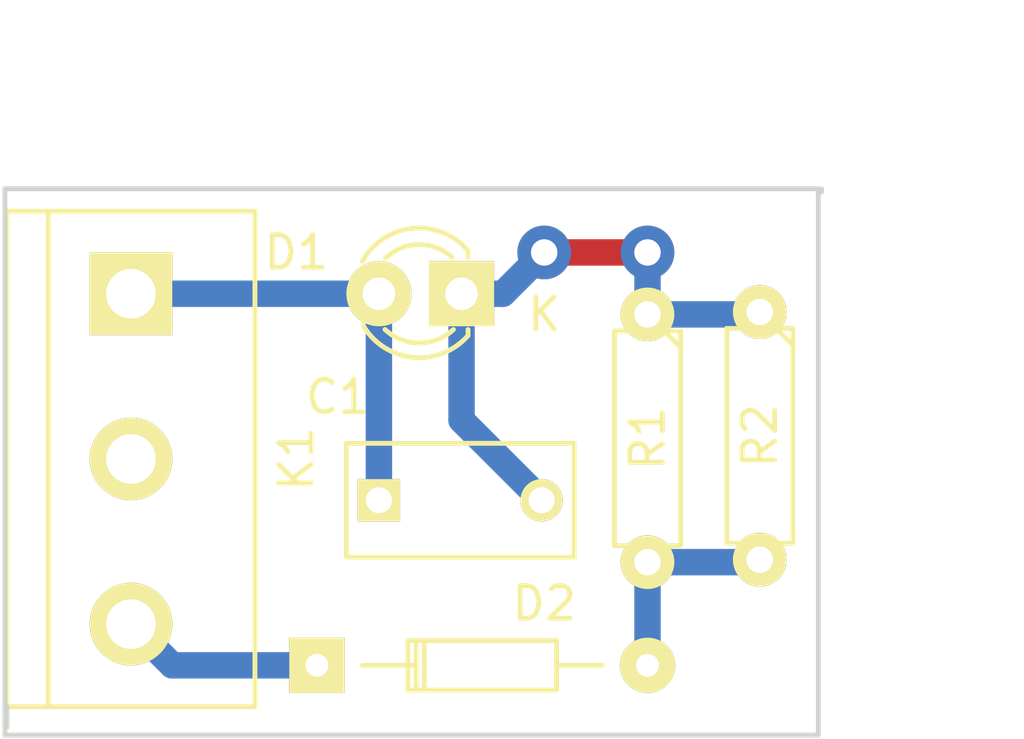
<source format=kicad_pcb>
(kicad_pcb (version 4) (host pcbnew 4.0.0-rc1-stable)

  (general
    (links 8)
    (no_connects 0)
    (area 126.224999 97.024999 151.475001 113.975001)
    (thickness 1.6)
    (drawings 11)
    (tracks 18)
    (zones 0)
    (modules 6)
    (nets 6)
  )

  (page A4)
  (title_block
    (title "Curso Kicat")
    (company "Matias Ferraro")
  )

  (layers
    (0 F.Cu signal)
    (31 B.Cu signal)
    (32 B.Adhes user)
    (33 F.Adhes user)
    (34 B.Paste user)
    (35 F.Paste user)
    (36 B.SilkS user)
    (37 F.SilkS user)
    (38 B.Mask user)
    (39 F.Mask user)
    (40 Dwgs.User user)
    (41 Cmts.User user)
    (42 Eco1.User user)
    (43 Eco2.User user)
    (44 Edge.Cuts user)
    (45 Margin user)
    (46 B.CrtYd user)
    (47 F.CrtYd user)
    (48 B.Fab user)
    (49 F.Fab user)
  )

  (setup
    (last_trace_width 0.25)
    (user_trace_width 0.8128)
    (trace_clearance 0.8128)
    (zone_clearance 0.508)
    (zone_45_only no)
    (trace_min 0.2)
    (segment_width 0.2)
    (edge_width 0.15)
    (via_size 0.6)
    (via_drill 0.4)
    (via_min_size 0.4)
    (via_min_drill 0.3)
    (user_via 1.651 0.8128)
    (uvia_size 0.3)
    (uvia_drill 0.1)
    (uvias_allowed no)
    (uvia_min_size 0.2)
    (uvia_min_drill 0.1)
    (pcb_text_width 0.3)
    (pcb_text_size 1.5 1.5)
    (mod_edge_width 0.15)
    (mod_text_size 1 1)
    (mod_text_width 0.15)
    (pad_size 1.524 1.524)
    (pad_drill 0.762)
    (pad_to_mask_clearance 0.2)
    (aux_axis_origin 0 0)
    (visible_elements 7FFEFFFF)
    (pcbplotparams
      (layerselection 0x00030_80000001)
      (usegerberextensions false)
      (excludeedgelayer true)
      (linewidth 0.100000)
      (plotframeref false)
      (viasonmask false)
      (mode 1)
      (useauxorigin false)
      (hpglpennumber 1)
      (hpglpenspeed 20)
      (hpglpendiameter 15)
      (hpglpenoverlay 2)
      (psnegative false)
      (psa4output false)
      (plotreference true)
      (plotvalue true)
      (plotinvisibletext false)
      (padsonsilk false)
      (subtractmaskfromsilk false)
      (outputformat 1)
      (mirror false)
      (drillshape 1)
      (scaleselection 1)
      (outputdirectory ""))
  )

  (net 0 "")
  (net 1 "Net-(C1-Pad1)")
  (net 2 "Net-(C1-Pad2)")
  (net 3 "Net-(D2-Pad2)")
  (net 4 "Net-(D2-Pad1)")
  (net 5 "Net-(K1-Pad2)")

  (net_class Default "This is the default net class."
    (clearance 0.8128)
    (trace_width 0.25)
    (via_dia 0.6)
    (via_drill 0.4)
    (uvia_dia 0.3)
    (uvia_drill 0.1)
    (add_net "Net-(C1-Pad1)")
    (add_net "Net-(C1-Pad2)")
    (add_net "Net-(D2-Pad1)")
    (add_net "Net-(D2-Pad2)")
    (add_net "Net-(K1-Pad2)")
  )

  (module ej1:C_Rect_L7_W3.5_P5 (layer F.Cu) (tedit 565CA5DC) (tstamp 565C69B2)
    (at 137.795 106.68)
    (descr "Film Capacitor Length 7mm x Width 3.5mm, Pitch 5mm")
    (tags Capacitor)
    (path /565C5BBE)
    (fp_text reference C1 (at -1.27 -3.175) (layer F.SilkS)
      (effects (font (size 1 1) (thickness 0.15)))
    )
    (fp_text value 100nF (at 2.54 3.175) (layer F.Fab)
      (effects (font (size 1 1) (thickness 0.15)))
    )
    (fp_line (start -1.25 -2) (end 6.25 -2) (layer F.CrtYd) (width 0.05))
    (fp_line (start 6.25 -2) (end 6.25 2) (layer F.CrtYd) (width 0.05))
    (fp_line (start 6.25 2) (end -1.25 2) (layer F.CrtYd) (width 0.05))
    (fp_line (start -1.25 2) (end -1.25 -2) (layer F.CrtYd) (width 0.05))
    (fp_line (start -1 -1.75) (end 6 -1.75) (layer F.SilkS) (width 0.15))
    (fp_line (start 6 -1.75) (end 6 1.75) (layer F.SilkS) (width 0.15))
    (fp_line (start 6 1.75) (end -1 1.75) (layer F.SilkS) (width 0.15))
    (fp_line (start -1 1.75) (end -1 -1.75) (layer F.SilkS) (width 0.15))
    (pad 1 thru_hole rect (at 0 0) (size 1.3 1.3) (drill 0.8) (layers *.Cu *.Mask F.SilkS)
      (net 1 "Net-(C1-Pad1)"))
    (pad 2 thru_hole circle (at 5 0) (size 1.3 1.3) (drill 0.8) (layers *.Cu *.Mask F.SilkS)
      (net 2 "Net-(C1-Pad2)"))
    (model ../../../../../../Ferraro_Matias/ej1.3dshapes/cnp_6mm_disc.wrl
      (at (xyz 0.09 0 0))
      (scale (xyz 1 1 1))
      (rotate (xyz 0 0 0))
    )
  )

  (module ej1:LED-3MM (layer F.Cu) (tedit 565CA5C7) (tstamp 565C69B8)
    (at 140.335 100.33 180)
    (descr "LED 3mm round vertical")
    (tags "LED  3mm round vertical")
    (path /565C5C2E)
    (fp_text reference D1 (at 5.08 1.27 180) (layer F.SilkS)
      (effects (font (size 1 1) (thickness 0.15)))
    )
    (fp_text value "LED ROJO" (at 1.3 -2.9 180) (layer F.Fab)
      (effects (font (size 1 1) (thickness 0.15)))
    )
    (fp_line (start -1.2 2.3) (end 3.8 2.3) (layer F.CrtYd) (width 0.05))
    (fp_line (start 3.8 2.3) (end 3.8 -2.2) (layer F.CrtYd) (width 0.05))
    (fp_line (start 3.8 -2.2) (end -1.2 -2.2) (layer F.CrtYd) (width 0.05))
    (fp_line (start -1.2 -2.2) (end -1.2 2.3) (layer F.CrtYd) (width 0.05))
    (fp_line (start -0.199 1.314) (end -0.199 1.114) (layer F.SilkS) (width 0.15))
    (fp_line (start -0.199 -1.28) (end -0.199 -1.1) (layer F.SilkS) (width 0.15))
    (fp_arc (start 1.301 0.034) (end -0.199 -1.286) (angle 108.5) (layer F.SilkS) (width 0.15))
    (fp_arc (start 1.301 0.034) (end 0.25 -1.1) (angle 85.7) (layer F.SilkS) (width 0.15))
    (fp_arc (start 1.311 0.034) (end 3.051 0.994) (angle 110) (layer F.SilkS) (width 0.15))
    (fp_arc (start 1.301 0.034) (end 2.335 1.094) (angle 87.5) (layer F.SilkS) (width 0.15))
    (fp_text user K (at -2.54 -0.635 180) (layer F.SilkS)
      (effects (font (size 1 1) (thickness 0.15)))
    )
    (pad 1 thru_hole rect (at 0 0 270) (size 2 2) (drill 1.00076) (layers *.Cu *.Mask F.SilkS)
      (net 2 "Net-(C1-Pad2)"))
    (pad 2 thru_hole circle (at 2.54 0 180) (size 2 2) (drill 1.00076) (layers *.Cu *.Mask F.SilkS)
      (net 1 "Net-(C1-Pad1)"))
    (model ../../../../../../Ferraro_Matias/ej1.3dshapes/LED-3MM.wrl
      (at (xyz 0.05 0 0))
      (scale (xyz 1 1 1))
      (rotate (xyz 0 0 90))
    )
  )

  (module ej1:Diode_DO-35_SOD27_Horizontal_RM10 (layer F.Cu) (tedit 565CA64B) (tstamp 565C69BE)
    (at 135.89 111.76)
    (descr "Diode, DO-35,  SOD27, Horizontal, RM 10mm")
    (tags "Diode, DO-35, SOD27, Horizontal, RM 10mm, 1N4148,")
    (path /565C5CA7)
    (fp_text reference D2 (at 6.985 -1.905) (layer F.SilkS)
      (effects (font (size 1 1) (thickness 0.15)))
    )
    (fp_text value 1N4148 (at 4.41452 -3.55854) (layer F.Fab)
      (effects (font (size 1 1) (thickness 0.15)))
    )
    (fp_line (start 7.36652 -0.00254) (end 8.76352 -0.00254) (layer F.SilkS) (width 0.15))
    (fp_line (start 2.92152 -0.00254) (end 1.39752 -0.00254) (layer F.SilkS) (width 0.15))
    (fp_line (start 3.30252 -0.76454) (end 3.30252 0.75946) (layer F.SilkS) (width 0.15))
    (fp_line (start 3.04852 -0.76454) (end 3.04852 0.75946) (layer F.SilkS) (width 0.15))
    (fp_line (start 2.79452 -0.00254) (end 2.79452 0.75946) (layer F.SilkS) (width 0.15))
    (fp_line (start 2.79452 0.75946) (end 7.36652 0.75946) (layer F.SilkS) (width 0.15))
    (fp_line (start 7.36652 0.75946) (end 7.36652 -0.76454) (layer F.SilkS) (width 0.15))
    (fp_line (start 7.36652 -0.76454) (end 2.79452 -0.76454) (layer F.SilkS) (width 0.15))
    (fp_line (start 2.79452 -0.76454) (end 2.79452 -0.00254) (layer F.SilkS) (width 0.15))
    (pad 2 thru_hole circle (at 10.16052 -0.00254 180) (size 1.69926 1.69926) (drill 0.70104) (layers *.Cu *.Mask F.SilkS)
      (net 3 "Net-(D2-Pad2)"))
    (pad 1 thru_hole rect (at 0.00052 -0.00254 180) (size 1.69926 1.69926) (drill 0.70104) (layers *.Cu *.Mask F.SilkS)
      (net 4 "Net-(D2-Pad1)"))
    (model ../../../../../../Ferraro_Matias/ej1.3dshapes/Diode_DO-35_SOD27_Horizontal_RM10.wrl
      (at (xyz 0.2 0 0))
      (scale (xyz 0.4 0.4 0.4))
      (rotate (xyz 0 0 0))
    )
  )

  (module ej1:bornier3 (layer F.Cu) (tedit 565CA598) (tstamp 565C69C5)
    (at 130.175 105.41 270)
    (descr "Bornier d'alimentation 3 pins")
    (tags DEV)
    (path /565C5B0B)
    (fp_text reference K1 (at 0 -5.08 270) (layer F.SilkS)
      (effects (font (size 1 1) (thickness 0.15)))
    )
    (fp_text value CONN_3 (at 0.635 -3.175 270) (layer F.Fab)
      (effects (font (size 1 1) (thickness 0.15)))
    )
    (fp_line (start -7.62 3.81) (end -7.62 -3.81) (layer F.SilkS) (width 0.15))
    (fp_line (start 7.62 3.81) (end 7.62 -3.81) (layer F.SilkS) (width 0.15))
    (fp_line (start -7.62 2.54) (end 7.62 2.54) (layer F.SilkS) (width 0.15))
    (fp_line (start -7.62 -3.81) (end 7.62 -3.81) (layer F.SilkS) (width 0.15))
    (fp_line (start -7.62 3.81) (end 7.62 3.81) (layer F.SilkS) (width 0.15))
    (pad 1 thru_hole rect (at -5.08 0 270) (size 2.54 2.54) (drill 1.524) (layers *.Cu *.Mask F.SilkS)
      (net 1 "Net-(C1-Pad1)"))
    (pad 2 thru_hole circle (at 0 0 270) (size 2.54 2.54) (drill 1.524) (layers *.Cu *.Mask F.SilkS)
      (net 5 "Net-(K1-Pad2)"))
    (pad 3 thru_hole circle (at 5.08 0 270) (size 2.54 2.54) (drill 1.524) (layers *.Cu *.Mask F.SilkS)
      (net 4 "Net-(D2-Pad1)"))
    (model Connect.3dshapes/bornier3.wrl
      (at (xyz 0 0 0))
      (scale (xyz 1 1 1))
      (rotate (xyz 0 0 0))
    )
    (model ../../../../../../Ferraro_Matias/ej1.3dshapes/bornier3.wrl
      (at (xyz 0 0 0))
      (scale (xyz 1 1 1))
      (rotate (xyz 0 0 0))
    )
  )

  (module ej1:R3-LARGE_PADS (layer F.Cu) (tedit 0) (tstamp 565C69CB)
    (at 146.05 104.775 270)
    (descr "Resitance 3 pas")
    (tags R)
    (path /565C66AB)
    (fp_text reference R1 (at 0 0 270) (layer F.SilkS)
      (effects (font (size 1 1) (thickness 0.15)))
    )
    (fp_text value 100K (at 0 0 270) (layer F.Fab)
      (effects (font (size 1 1) (thickness 0.15)))
    )
    (fp_line (start -3.81 0) (end -3.302 0) (layer F.SilkS) (width 0.15))
    (fp_line (start 3.81 0) (end 3.302 0) (layer F.SilkS) (width 0.15))
    (fp_line (start 3.302 0) (end 3.302 -1.016) (layer F.SilkS) (width 0.15))
    (fp_line (start 3.302 -1.016) (end -3.302 -1.016) (layer F.SilkS) (width 0.15))
    (fp_line (start -3.302 -1.016) (end -3.302 1.016) (layer F.SilkS) (width 0.15))
    (fp_line (start -3.302 1.016) (end 3.302 1.016) (layer F.SilkS) (width 0.15))
    (fp_line (start 3.302 1.016) (end 3.302 0) (layer F.SilkS) (width 0.15))
    (fp_line (start -3.302 -0.508) (end -2.794 -1.016) (layer F.SilkS) (width 0.15))
    (pad 1 thru_hole circle (at -3.81 0 270) (size 1.651 1.651) (drill 0.8128) (layers *.Cu *.Mask F.SilkS)
      (net 2 "Net-(C1-Pad2)"))
    (pad 2 thru_hole circle (at 3.81 0 270) (size 1.651 1.651) (drill 0.8128) (layers *.Cu *.Mask F.SilkS)
      (net 3 "Net-(D2-Pad2)"))
    (model ../../../../../../Ferraro_Matias/ej1.3dshapes/R3-LARGE_PADS.wrl
      (at (xyz 0 0 0))
      (scale (xyz 0.3 0.3 0.3))
      (rotate (xyz 0 0 0))
    )
  )

  (module ej1:R3-LARGE_PADS (layer F.Cu) (tedit 0) (tstamp 565CB2D9)
    (at 149.5 104.7 270)
    (descr "Resitance 3 pas")
    (tags R)
    (path /565CA8DA)
    (fp_text reference R2 (at 0 0 270) (layer F.SilkS)
      (effects (font (size 1 1) (thickness 0.15)))
    )
    (fp_text value 100k (at 0 0 270) (layer F.Fab)
      (effects (font (size 1 1) (thickness 0.15)))
    )
    (fp_line (start -3.81 0) (end -3.302 0) (layer F.SilkS) (width 0.15))
    (fp_line (start 3.81 0) (end 3.302 0) (layer F.SilkS) (width 0.15))
    (fp_line (start 3.302 0) (end 3.302 -1.016) (layer F.SilkS) (width 0.15))
    (fp_line (start 3.302 -1.016) (end -3.302 -1.016) (layer F.SilkS) (width 0.15))
    (fp_line (start -3.302 -1.016) (end -3.302 1.016) (layer F.SilkS) (width 0.15))
    (fp_line (start -3.302 1.016) (end 3.302 1.016) (layer F.SilkS) (width 0.15))
    (fp_line (start 3.302 1.016) (end 3.302 0) (layer F.SilkS) (width 0.15))
    (fp_line (start -3.302 -0.508) (end -2.794 -1.016) (layer F.SilkS) (width 0.15))
    (pad 1 thru_hole circle (at -3.81 0 270) (size 1.651 1.651) (drill 0.8128) (layers *.Cu *.Mask F.SilkS)
      (net 2 "Net-(C1-Pad2)"))
    (pad 2 thru_hole circle (at 3.81 0 270) (size 1.651 1.651) (drill 0.8128) (layers *.Cu *.Mask F.SilkS)
      (net 3 "Net-(D2-Pad2)"))
    (model ../../../../../../Ferraro_Matias/ej1.3dshapes/R3-LARGE_PADS.wrl
      (at (xyz 0 0 0))
      (scale (xyz 0.3 0.3 0.3))
      (rotate (xyz 0 0 0))
    )
  )

  (dimension 25 (width 0.3) (layer F.CrtYd)
    (gr_text 25,000mm (at 138.8 93.15) (layer F.CrtYd)
      (effects (font (size 1.5 1.5) (thickness 0.3)))
    )
    (feature1 (pts (xy 151.3 97.1) (xy 151.3 91.8)))
    (feature2 (pts (xy 126.3 97.1) (xy 126.3 91.8)))
    (crossbar (pts (xy 126.3 94.5) (xy 151.3 94.5)))
    (arrow1a (pts (xy 151.3 94.5) (xy 150.173496 95.086421)))
    (arrow1b (pts (xy 151.3 94.5) (xy 150.173496 93.913579)))
    (arrow2a (pts (xy 126.3 94.5) (xy 127.426504 95.086421)))
    (arrow2b (pts (xy 126.3 94.5) (xy 127.426504 93.913579)))
  )
  (dimension 16.7 (width 0.3) (layer F.CrtYd)
    (gr_text 16,700mm (at 154.95 105.55 270) (layer F.CrtYd)
      (effects (font (size 1.5 1.5) (thickness 0.3)))
    )
    (feature1 (pts (xy 151.3 113.9) (xy 156.3 113.9)))
    (feature2 (pts (xy 151.3 97.2) (xy 156.3 97.2)))
    (crossbar (pts (xy 153.6 97.2) (xy 153.6 113.9)))
    (arrow1a (pts (xy 153.6 113.9) (xy 153.013579 112.773496)))
    (arrow1b (pts (xy 153.6 113.9) (xy 154.186421 112.773496)))
    (arrow2a (pts (xy 153.6 97.2) (xy 153.013579 98.326504)))
    (arrow2b (pts (xy 153.6 97.2) (xy 154.186421 98.326504)))
  )
  (gr_line (start 126.3 113.9) (end 126.3 97.1) (angle 90) (layer Edge.Cuts) (width 0.15))
  (gr_line (start 151.3 113.9) (end 126.3 113.9) (angle 90) (layer Edge.Cuts) (width 0.15))
  (gr_line (start 151.3 97.1) (end 151.3 113.9) (angle 90) (layer Edge.Cuts) (width 0.15))
  (gr_line (start 126.3 97.1) (end 151.3 97.1) (angle 90) (layer Edge.Cuts) (width 0.15))
  (gr_line (start 151.4 97.1) (end 151.4 97.2) (angle 90) (layer Edge.Cuts) (width 0.15))
  (gr_line (start 126.3 113.6) (end 126.3 113.5) (angle 90) (layer Edge.Cuts) (width 0.15))
  (gr_line (start 151.3 97.1) (end 151.3 97.3) (angle 90) (layer Edge.Cuts) (width 0.15))
  (gr_text INTI (at 139.7 109.855) (layer F.CrtYd)
    (effects (font (size 1.5 1.5) (thickness 0.3)))
  )
  (gr_line (start 126.365 113.03) (end 126.365 113.665) (angle 90) (layer Edge.Cuts) (width 0.15))

  (segment (start 130.175 100.33) (end 137.795 100.33) (width 0.8128) (layer B.Cu) (net 1))
  (segment (start 137.795 100.33) (end 137.795 106.68) (width 0.8128) (layer B.Cu) (net 1) (tstamp 565C705C))
  (segment (start 146.05 100.965) (end 149.425 100.965) (width 0.8128) (layer B.Cu) (net 2))
  (segment (start 149.425 100.965) (end 149.5 100.89) (width 0.8128) (layer B.Cu) (net 2) (tstamp 565CB362))
  (segment (start 140.335 100.33) (end 141.605 100.33) (width 0.8128) (layer B.Cu) (net 2))
  (segment (start 146.05 99.06) (end 146.05 100.965) (width 0.8128) (layer B.Cu) (net 2) (tstamp 565C70B8))
  (via (at 146.05 99.06) (size 1.651) (drill 0.8128) (layers F.Cu B.Cu) (net 2))
  (segment (start 142.875 99.06) (end 146.05 99.06) (width 0.8128) (layer F.Cu) (net 2) (tstamp 565C70B5))
  (via (at 142.875 99.06) (size 1.651) (drill 0.8128) (layers F.Cu B.Cu) (net 2))
  (segment (start 141.605 100.33) (end 142.875 99.06) (width 0.8128) (layer B.Cu) (net 2) (tstamp 565C70B1))
  (segment (start 140.335 100.33) (end 140.335 104.22) (width 0.8128) (layer B.Cu) (net 2))
  (segment (start 140.335 104.22) (end 142.795 106.68) (width 0.8128) (layer B.Cu) (net 2) (tstamp 565C7076))
  (segment (start 146.05 108.585) (end 149.425 108.585) (width 0.8128) (layer B.Cu) (net 3))
  (segment (start 149.425 108.585) (end 149.5 108.51) (width 0.8128) (layer B.Cu) (net 3) (tstamp 565CB365))
  (segment (start 146.05 108.585) (end 146.05 111.75694) (width 0.8128) (layer B.Cu) (net 3))
  (segment (start 146.05 111.75694) (end 146.05052 111.75746) (width 0.8128) (layer B.Cu) (net 3) (tstamp 565C7079))
  (segment (start 135.89052 111.75746) (end 131.44246 111.75746) (width 0.8128) (layer B.Cu) (net 4))
  (segment (start 131.44246 111.75746) (end 130.175 110.49) (width 0.8128) (layer B.Cu) (net 4) (tstamp 565C707C))

)

</source>
